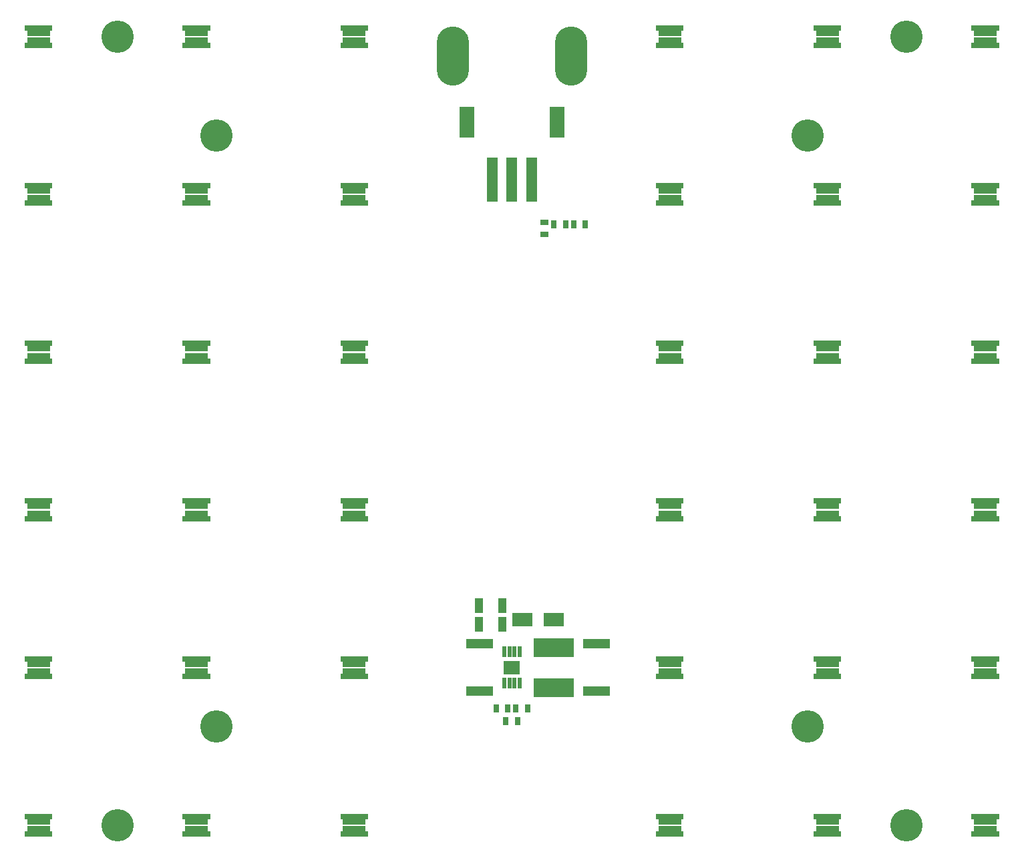
<source format=gts>
%FSLAX25Y25*%
%MOIN*%
G70*
G01*
G75*
G04 Layer_Color=8388736*
%ADD10R,0.13386X0.04724*%
%ADD11R,0.03543X0.02362*%
%ADD12R,0.03543X0.07087*%
%ADD13R,0.02362X0.03543*%
%ADD14R,0.09843X0.06693*%
%ADD15R,0.20079X0.09252*%
%ADD16R,0.11024X0.04921*%
%ADD17R,0.01378X0.02165*%
%ADD18R,0.01772X0.05315*%
%ADD19R,0.07874X0.06693*%
%ADD20R,0.07087X0.15354*%
%ADD21R,0.05118X0.21654*%
%ADD22C,0.00591*%
%ADD23C,0.01772*%
%ADD24C,0.01181*%
%ADD25C,0.15748*%
%ADD26O,0.15748X0.29134*%
%ADD27C,0.00984*%
%ADD28C,0.00100*%
%ADD29C,0.00787*%
%ADD30R,0.10630X0.04528*%
%ADD31R,0.00984X0.01772*%
%ADD32R,0.13780X0.05118*%
%ADD33R,0.03937X0.02756*%
%ADD34R,0.03937X0.07480*%
%ADD35R,0.02756X0.03937*%
%ADD36R,0.10236X0.07087*%
%ADD37R,0.20472X0.09646*%
%ADD38R,0.11417X0.05315*%
%ADD39R,0.01772X0.02559*%
%ADD40R,0.02165X0.05709*%
%ADD41R,0.08268X0.07087*%
%ADD42R,0.07480X0.15748*%
%ADD43R,0.05512X0.22047*%
%ADD44C,0.16142*%
%ADD45O,0.16142X0.29528*%
D32*
X42126Y-106299D02*
D03*
Y-129921D02*
D03*
X-16142D02*
D03*
Y-106299D02*
D03*
D33*
X16240Y104232D02*
D03*
Y98327D02*
D03*
D34*
X-4921Y-87205D02*
D03*
X-16339D02*
D03*
X-4921Y-96457D02*
D03*
X-16339D02*
D03*
D35*
X-7972Y-138583D02*
D03*
X-2067D02*
D03*
X1870D02*
D03*
X7776D02*
D03*
X2854Y-144685D02*
D03*
X-3051D02*
D03*
X36614Y103150D02*
D03*
X30709D02*
D03*
X26772D02*
D03*
X20866D02*
D03*
D36*
X5118Y-94095D02*
D03*
X20866D02*
D03*
D37*
Y-108169D02*
D03*
Y-128051D02*
D03*
D38*
X-236221Y199902D02*
D03*
Y193799D02*
D03*
Y121161D02*
D03*
Y115059D02*
D03*
Y42421D02*
D03*
Y36319D02*
D03*
Y-36319D02*
D03*
Y-42421D02*
D03*
Y-115059D02*
D03*
Y-121161D02*
D03*
Y-193799D02*
D03*
Y-199902D02*
D03*
X-157480Y199902D02*
D03*
Y193799D02*
D03*
Y121161D02*
D03*
Y115059D02*
D03*
Y42421D02*
D03*
Y36319D02*
D03*
Y-36319D02*
D03*
Y-42421D02*
D03*
Y-115059D02*
D03*
Y-121161D02*
D03*
Y-193799D02*
D03*
Y-199902D02*
D03*
X-78740Y199902D02*
D03*
Y193799D02*
D03*
Y121161D02*
D03*
Y115059D02*
D03*
Y42421D02*
D03*
Y36319D02*
D03*
Y-36319D02*
D03*
Y-42421D02*
D03*
Y-115059D02*
D03*
Y-121161D02*
D03*
Y-193799D02*
D03*
Y-199902D02*
D03*
X78740Y199902D02*
D03*
Y193799D02*
D03*
Y121161D02*
D03*
Y115059D02*
D03*
Y42421D02*
D03*
Y36319D02*
D03*
Y-36319D02*
D03*
Y-42421D02*
D03*
Y-115059D02*
D03*
Y-121161D02*
D03*
Y-193799D02*
D03*
Y-199902D02*
D03*
X157480Y199902D02*
D03*
Y193799D02*
D03*
Y121161D02*
D03*
Y115059D02*
D03*
Y42421D02*
D03*
Y36319D02*
D03*
Y-36319D02*
D03*
Y-42421D02*
D03*
Y-115059D02*
D03*
Y-121161D02*
D03*
Y-193799D02*
D03*
Y-199902D02*
D03*
X236221Y199902D02*
D03*
Y193799D02*
D03*
Y121161D02*
D03*
Y115059D02*
D03*
Y42421D02*
D03*
Y36319D02*
D03*
Y-36319D02*
D03*
Y-42421D02*
D03*
Y-115059D02*
D03*
Y-121161D02*
D03*
Y-193799D02*
D03*
Y-199902D02*
D03*
D39*
X-242421Y201279D02*
D03*
X-230020D02*
D03*
X-242421Y192421D02*
D03*
X-230020D02*
D03*
X-242421Y122539D02*
D03*
X-230020D02*
D03*
X-242421Y113681D02*
D03*
X-230020D02*
D03*
X-242421Y43799D02*
D03*
X-230020D02*
D03*
X-242421Y34941D02*
D03*
X-230020D02*
D03*
X-242421Y-34941D02*
D03*
X-230020D02*
D03*
X-242421Y-43799D02*
D03*
X-230020D02*
D03*
X-242421Y-113681D02*
D03*
X-230020D02*
D03*
X-242421Y-122539D02*
D03*
X-230020D02*
D03*
X-242421Y-192421D02*
D03*
X-230020D02*
D03*
X-242421Y-201279D02*
D03*
X-230020D02*
D03*
X-163681Y201279D02*
D03*
X-151279D02*
D03*
X-163681Y192421D02*
D03*
X-151279D02*
D03*
X-163681Y122539D02*
D03*
X-151279D02*
D03*
X-163681Y113681D02*
D03*
X-151279D02*
D03*
X-163681Y43799D02*
D03*
X-151279D02*
D03*
X-163681Y34941D02*
D03*
X-151279D02*
D03*
X-163681Y-34941D02*
D03*
X-151279D02*
D03*
X-163681Y-43799D02*
D03*
X-151279D02*
D03*
X-163681Y-113681D02*
D03*
X-151279D02*
D03*
X-163681Y-122539D02*
D03*
X-151279D02*
D03*
X-163681Y-192421D02*
D03*
X-151279D02*
D03*
X-163681Y-201279D02*
D03*
X-151279D02*
D03*
X-84941Y201279D02*
D03*
X-72539D02*
D03*
X-84941Y192421D02*
D03*
X-72539D02*
D03*
X-84941Y122539D02*
D03*
X-72539D02*
D03*
X-84941Y113681D02*
D03*
X-72539D02*
D03*
X-84941Y43799D02*
D03*
X-72539D02*
D03*
X-84941Y34941D02*
D03*
X-72539D02*
D03*
X-84941Y-34941D02*
D03*
X-72539D02*
D03*
X-84941Y-43799D02*
D03*
X-72539D02*
D03*
X-84941Y-113681D02*
D03*
X-72539D02*
D03*
X-84941Y-122539D02*
D03*
X-72539D02*
D03*
X-84941Y-192421D02*
D03*
X-72539D02*
D03*
X-84941Y-201279D02*
D03*
X-72539D02*
D03*
X72539Y201279D02*
D03*
X84941D02*
D03*
X72539Y192421D02*
D03*
X84941D02*
D03*
X72539Y122539D02*
D03*
X84941D02*
D03*
X72539Y113681D02*
D03*
X84941D02*
D03*
X72539Y43799D02*
D03*
X84941D02*
D03*
X72539Y34941D02*
D03*
X84941D02*
D03*
X72539Y-34941D02*
D03*
X84941D02*
D03*
X72539Y-43799D02*
D03*
X84941D02*
D03*
X72539Y-113681D02*
D03*
X84941D02*
D03*
X72539Y-122539D02*
D03*
X84941D02*
D03*
X72539Y-192421D02*
D03*
X84941D02*
D03*
X72539Y-201279D02*
D03*
X84941D02*
D03*
X151279Y201279D02*
D03*
X163681D02*
D03*
X151279Y192421D02*
D03*
X163681D02*
D03*
X151279Y122539D02*
D03*
X163681D02*
D03*
X151279Y113681D02*
D03*
X163681D02*
D03*
X151279Y43799D02*
D03*
X163681D02*
D03*
X151279Y34941D02*
D03*
X163681D02*
D03*
X151279Y-34941D02*
D03*
X163681D02*
D03*
X151279Y-43799D02*
D03*
X163681D02*
D03*
X151279Y-113681D02*
D03*
X163681D02*
D03*
X151279Y-122539D02*
D03*
X163681D02*
D03*
X151279Y-192421D02*
D03*
X163681D02*
D03*
X151279Y-201279D02*
D03*
X163681D02*
D03*
X230020Y201279D02*
D03*
X242421D02*
D03*
X230020Y192421D02*
D03*
X242421D02*
D03*
X230020Y122539D02*
D03*
X242421D02*
D03*
X230020Y113681D02*
D03*
X242421D02*
D03*
X230020Y43799D02*
D03*
X242421D02*
D03*
X230020Y34941D02*
D03*
X242421D02*
D03*
X230020Y-34941D02*
D03*
X242421D02*
D03*
X230020Y-43799D02*
D03*
X242421D02*
D03*
X230020Y-113681D02*
D03*
X242421D02*
D03*
X230020Y-122539D02*
D03*
X242421D02*
D03*
X230020Y-192421D02*
D03*
X242421D02*
D03*
X230020Y-201279D02*
D03*
X242421D02*
D03*
D40*
X-3839Y-125886D02*
D03*
X-1280D02*
D03*
X1280D02*
D03*
X3839D02*
D03*
X-3839Y-110335D02*
D03*
X-1280D02*
D03*
X1280D02*
D03*
X3839D02*
D03*
D41*
X0Y-118110D02*
D03*
D42*
X-22441Y154134D02*
D03*
X22441D02*
D03*
D43*
X9843Y125394D02*
D03*
X0D02*
D03*
X-9842D02*
D03*
D44*
X196850Y196850D02*
D03*
X147638Y147638D02*
D03*
X-147638D02*
D03*
X-196850Y196850D02*
D03*
X-147638Y-147638D02*
D03*
X-196850Y-196850D02*
D03*
X147638Y-147638D02*
D03*
X196850Y-196850D02*
D03*
D45*
X-29528Y187008D02*
D03*
X29528D02*
D03*
M02*

</source>
